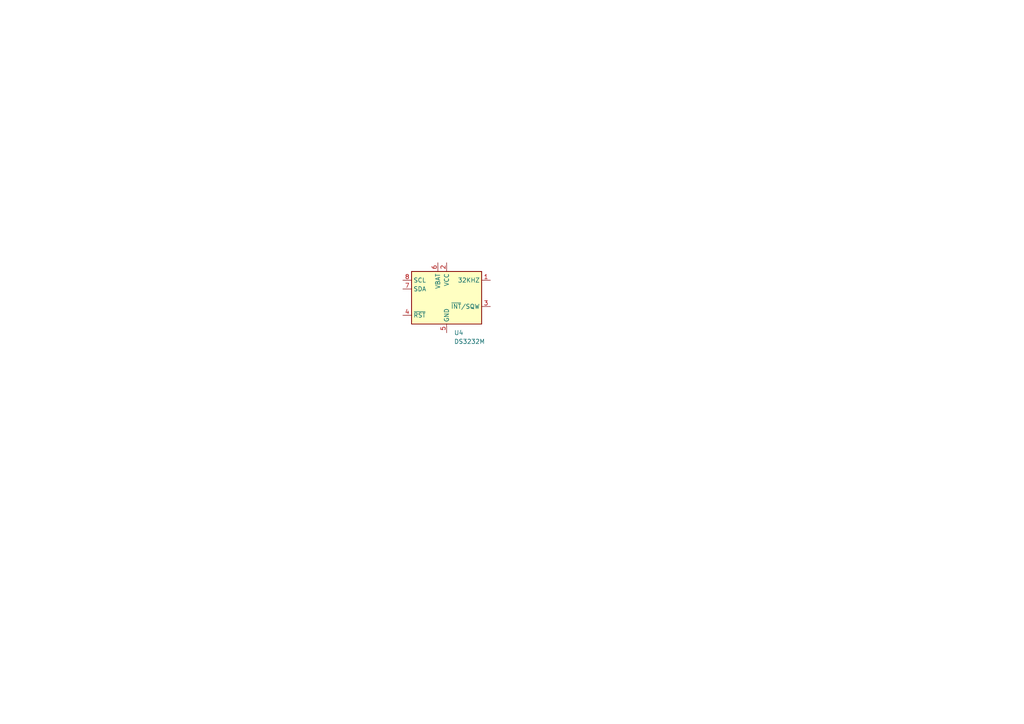
<source format=kicad_sch>
(kicad_sch (version 20250114) (generator "eeschema") (generator_version "9.0")
  (paper "A4")
  (lib_symbols
    (symbol "Timer_RTC:DS3232M"
      (property "Reference" "U" (at -7.62 8.89 0))
      (property "Value" "DS3232M" (at 10.16 8.89 0))
      (symbol "DS3232M_0_1"
        (rectangle (start -10.16 7.62) (end 10.16 -7.62) (stroke (width 0.254)) (fill (type background)))
      )
      (symbol "DS3232M_1_1"
        (pin input line (at -12.7 5.08 0) (length 2.54) (name "SCL") (number "8"))
        (pin bidirectional line (at -12.7 2.54 0) (length 2.54) (name "SDA") (number "7"))
        (pin bidirectional line (at -12.7 -5.08 0) (length 2.54) (name "~{RST}") (number "4"))
        (pin power_in line (at -2.54 10.16 270) (length 2.54) (name "VBAT") (number "6"))
        (pin power_in line (at 0 10.16 270) (length 2.54) (name "VCC") (number "2"))
        (pin power_in line (at 0 -10.16 90) (length 2.54) (name "GND") (number "5"))
        (pin output line (at 12.7 5.08 180) (length 2.54) (name "32KHZ") (number "1"))
        (pin open_collector line (at 12.7 -2.54 180) (length 2.54) (name "~{INT}/SQW") (number "3"))
      )
    )
  )
  (symbol (lib_id "Timer_RTC:DS3232M") (at 129.54 86.36 0) (unit 1)
    (property "Reference" "U4" (at 131.6833 96.52 0) (effects (justify left)))
    (property "Value" "DS3232M" (at 131.6833 99.06 0) (effects (justify left)))
    (property "Footprint" "Package_SO:SOIC-8_3.9x4.9mm_P1.27mm" (effects (hide yes)))
    (property "Datasheet" "http://datasheets.maximintegrated.com/en/ds/DS3232M.pdf" (effects (hide yes)))
    (property "Description" "±5ppm, I2C Real-Time Clock with SRAM SOIC-8" (effects (hide yes)))
  )
)
</source>
